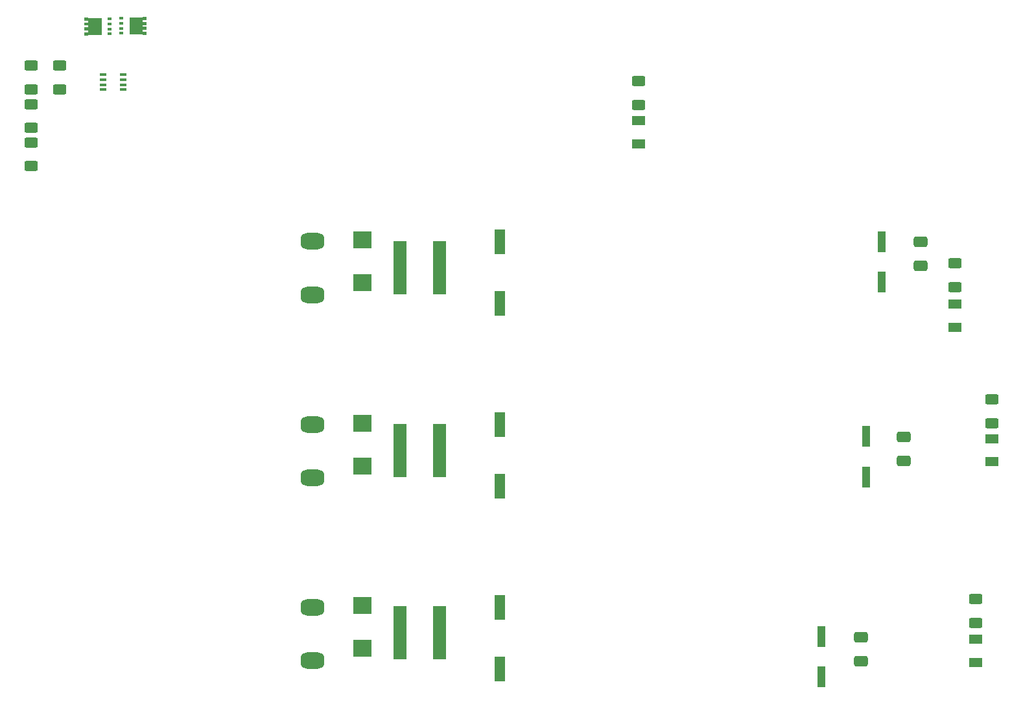
<source format=gbr>
%TF.GenerationSoftware,KiCad,Pcbnew,8.0.2*%
%TF.CreationDate,2024-05-12T20:09:40-06:00*%
%TF.ProjectId,GR-LRR-POWER,47522d4c-5252-42d5-904f-5745522e6b69,rev?*%
%TF.SameCoordinates,Original*%
%TF.FileFunction,Paste,Top*%
%TF.FilePolarity,Positive*%
%FSLAX46Y46*%
G04 Gerber Fmt 4.6, Leading zero omitted, Abs format (unit mm)*
G04 Created by KiCad (PCBNEW 8.0.2) date 2024-05-12 20:09:40*
%MOMM*%
%LPD*%
G01*
G04 APERTURE LIST*
G04 Aperture macros list*
%AMRoundRect*
0 Rectangle with rounded corners*
0 $1 Rounding radius*
0 $2 $3 $4 $5 $6 $7 $8 $9 X,Y pos of 4 corners*
0 Add a 4 corners polygon primitive as box body*
4,1,4,$2,$3,$4,$5,$6,$7,$8,$9,$2,$3,0*
0 Add four circle primitives for the rounded corners*
1,1,$1+$1,$2,$3*
1,1,$1+$1,$4,$5*
1,1,$1+$1,$6,$7*
1,1,$1+$1,$8,$9*
0 Add four rect primitives between the rounded corners*
20,1,$1+$1,$2,$3,$4,$5,0*
20,1,$1+$1,$4,$5,$6,$7,0*
20,1,$1+$1,$6,$7,$8,$9,0*
20,1,$1+$1,$8,$9,$2,$3,0*%
G04 Aperture macros list end*
%ADD10C,0.000000*%
%ADD11R,0.558800X0.406400*%
%ADD12R,0.508000X0.406400*%
%ADD13R,2.449195X2.179396*%
%ADD14RoundRect,0.250000X-0.625000X0.400000X-0.625000X-0.400000X0.625000X-0.400000X0.625000X0.400000X0*%
%ADD15R,1.397000X3.302000*%
%ADD16RoundRect,0.850200X-0.709800X0.239800X-0.709800X-0.239800X0.709800X-0.239800X0.709800X0.239800X0*%
%ADD17R,1.800000X1.150000*%
%ADD18RoundRect,0.250000X-0.650000X0.412500X-0.650000X-0.412500X0.650000X-0.412500X0.650000X0.412500X0*%
%ADD19RoundRect,0.250000X0.625000X-0.400000X0.625000X0.400000X-0.625000X0.400000X-0.625000X-0.400000X0*%
%ADD20R,1.092200X2.692400*%
%ADD21R,1.780000X7.000000*%
%ADD22R,0.876300X0.406400*%
G04 APERTURE END LIST*
D10*
%TO.C,U1*%
G36*
X107736502Y-98082400D02*
G01*
X109463702Y-98082400D01*
X109463702Y-100317600D01*
X107736502Y-100317600D01*
X107736500Y-100378199D01*
X107228500Y-100378199D01*
X107228500Y-99971799D01*
X107736500Y-99971799D01*
X107736500Y-99728201D01*
X107228500Y-99728201D01*
X107228500Y-99321801D01*
X107736500Y-99321801D01*
X107736500Y-99078199D01*
X107228500Y-99078199D01*
X107228500Y-98671799D01*
X107736500Y-98671799D01*
X107736500Y-98428201D01*
X107228500Y-98428201D01*
X107228500Y-98021801D01*
X107736500Y-98021801D01*
X107736502Y-98082400D01*
G37*
%TO.C,U2*%
G36*
X115354000Y-98353202D02*
G01*
X114846000Y-98353202D01*
X114846000Y-98596800D01*
X115354000Y-98596800D01*
X115354000Y-99003200D01*
X114846000Y-99003200D01*
X114846000Y-99246802D01*
X115354000Y-99246802D01*
X115354000Y-99653202D01*
X114846000Y-99653202D01*
X114846000Y-99896800D01*
X115354000Y-99896800D01*
X115354000Y-100303200D01*
X114846000Y-100303200D01*
X114845998Y-100242601D01*
X113118798Y-100242601D01*
X113118798Y-98007401D01*
X114845998Y-98007401D01*
X114846000Y-97946802D01*
X115354000Y-97946802D01*
X115354000Y-98353202D01*
G37*
%TD*%
D11*
%TO.C,U1*%
X110517500Y-100174999D03*
X110517500Y-99525001D03*
X110517500Y-98874999D03*
X110517500Y-98225001D03*
D12*
X107482500Y-98225001D03*
X107482500Y-98874999D03*
X107482500Y-99525001D03*
X107482500Y-100174999D03*
%TD*%
D13*
%TO.C,C13*%
X143500000Y-174861061D03*
X143500000Y-180434049D03*
%TD*%
D14*
%TO.C,R4*%
X100250000Y-114350000D03*
X100250000Y-117450000D03*
%TD*%
D15*
%TO.C,C10*%
X161500000Y-151199000D03*
X161500000Y-159200000D03*
%TD*%
D16*
%TO.C,D4*%
X137000000Y-182001355D03*
X137000000Y-175031355D03*
%TD*%
D14*
%TO.C,R3*%
X100250000Y-109350000D03*
X100250000Y-112450000D03*
%TD*%
D17*
%TO.C,LED3*%
X225700000Y-156050000D03*
X225700000Y-153050000D03*
%TD*%
%TO.C,LED4*%
X223600000Y-182250000D03*
X223600000Y-179250000D03*
%TD*%
D18*
%TO.C,C7*%
X216400000Y-127337500D03*
X216400000Y-130462500D03*
%TD*%
%TO.C,C11*%
X214200000Y-152775000D03*
X214200000Y-155900000D03*
%TD*%
D13*
%TO.C,C5*%
X143500000Y-127097151D03*
X143500000Y-132670139D03*
%TD*%
D19*
%TO.C,R8*%
X223600000Y-177100000D03*
X223600000Y-174000000D03*
%TD*%
D14*
%TO.C,R1*%
X103950000Y-104300000D03*
X103950000Y-107400000D03*
%TD*%
D15*
%TO.C,C6*%
X161500000Y-127351445D03*
X161500000Y-135352445D03*
%TD*%
D20*
%TO.C,C12*%
X203500000Y-178844200D03*
X203500000Y-184152800D03*
%TD*%
D21*
%TO.C,L3*%
X148440000Y-154600000D03*
X153600000Y-154600000D03*
%TD*%
D11*
%TO.C,U2*%
X112065000Y-98150002D03*
X112065000Y-98800000D03*
X112065000Y-99450002D03*
X112065000Y-100100000D03*
D12*
X115100000Y-100100000D03*
X115100000Y-99450002D03*
X115100000Y-98800000D03*
X115100000Y-98150002D03*
%TD*%
D20*
%TO.C,C8*%
X209300000Y-152745700D03*
X209300000Y-158054300D03*
%TD*%
D15*
%TO.C,C14*%
X161500000Y-175115355D03*
X161500000Y-183116355D03*
%TD*%
D16*
%TO.C,D2*%
X137000000Y-134237445D03*
X137000000Y-127267445D03*
%TD*%
D19*
%TO.C,R5*%
X220900000Y-133250000D03*
X220900000Y-130150000D03*
%TD*%
D21*
%TO.C,L2*%
X148420000Y-130683645D03*
X153580000Y-130683645D03*
%TD*%
D13*
%TO.C,C9*%
X143500000Y-151013506D03*
X143500000Y-156586494D03*
%TD*%
D19*
%TO.C,R6*%
X179600000Y-109450000D03*
X179600000Y-106350000D03*
%TD*%
D16*
%TO.C,D3*%
X137000000Y-158153800D03*
X137000000Y-151183800D03*
%TD*%
D17*
%TO.C,LED2*%
X179600000Y-114500000D03*
X179600000Y-111500000D03*
%TD*%
D20*
%TO.C,C4*%
X211300000Y-127300000D03*
X211300000Y-132608600D03*
%TD*%
D19*
%TO.C,R7*%
X225700000Y-151000000D03*
X225700000Y-147900000D03*
%TD*%
D17*
%TO.C,LED1*%
X220930000Y-138475000D03*
X220930000Y-135475000D03*
%TD*%
D21*
%TO.C,L4*%
X148440000Y-178416355D03*
X153600000Y-178416355D03*
%TD*%
D22*
%TO.C,U3*%
X109621100Y-105500002D03*
X109621100Y-106150000D03*
X109621100Y-106800002D03*
X109621100Y-107450000D03*
X112250000Y-107450000D03*
X112250000Y-106800002D03*
X112250000Y-106150000D03*
X112250000Y-105500002D03*
%TD*%
D14*
%TO.C,R2*%
X100250000Y-104300000D03*
X100250000Y-107400000D03*
%TD*%
D18*
%TO.C,C15*%
X208600000Y-178936000D03*
X208600000Y-182061000D03*
%TD*%
M02*

</source>
